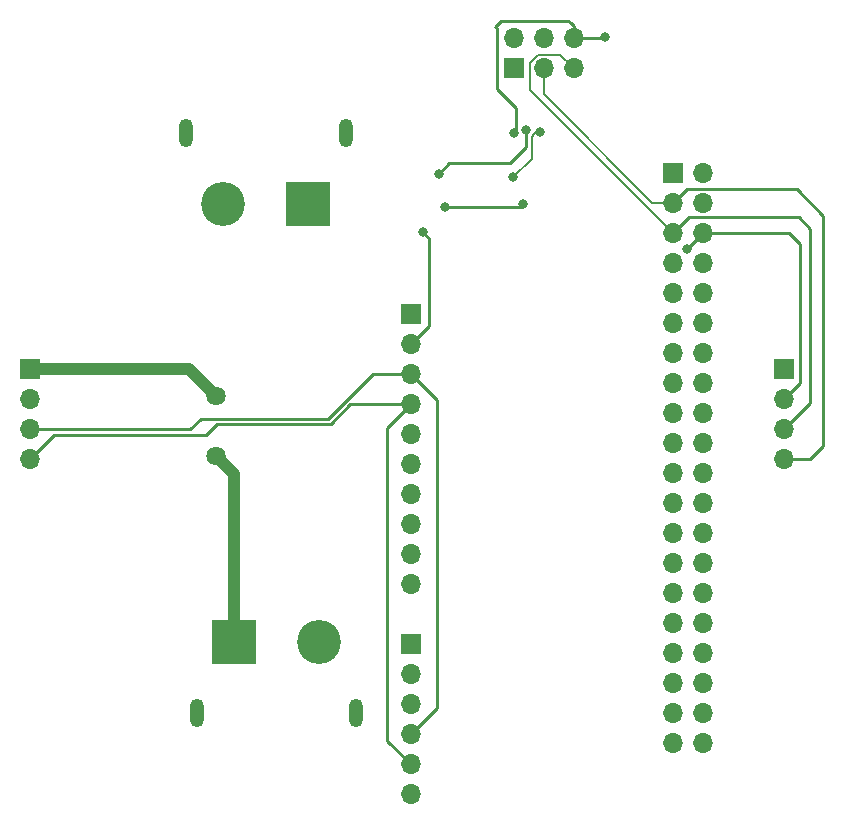
<source format=gbr>
%TF.GenerationSoftware,KiCad,Pcbnew,7.0.2-0*%
%TF.CreationDate,2024-02-05T19:35:51-05:00*%
%TF.ProjectId,Pi_HAT_V4,50695f48-4154-45f5-9634-2e6b69636164,rev?*%
%TF.SameCoordinates,Original*%
%TF.FileFunction,Copper,L1,Top*%
%TF.FilePolarity,Positive*%
%FSLAX46Y46*%
G04 Gerber Fmt 4.6, Leading zero omitted, Abs format (unit mm)*
G04 Created by KiCad (PCBNEW 7.0.2-0) date 2024-02-05 19:35:51*
%MOMM*%
%LPD*%
G01*
G04 APERTURE LIST*
%TA.AperFunction,ComponentPad*%
%ADD10R,1.700000X1.700000*%
%TD*%
%TA.AperFunction,ComponentPad*%
%ADD11O,1.700000X1.700000*%
%TD*%
%TA.AperFunction,ComponentPad*%
%ADD12R,3.716000X3.716000*%
%TD*%
%TA.AperFunction,ComponentPad*%
%ADD13C,3.716000*%
%TD*%
%TA.AperFunction,ComponentPad*%
%ADD14O,1.200000X2.400000*%
%TD*%
%TA.AperFunction,ComponentPad*%
%ADD15C,1.635000*%
%TD*%
%TA.AperFunction,ViaPad*%
%ADD16C,0.800000*%
%TD*%
%TA.AperFunction,Conductor*%
%ADD17C,0.250000*%
%TD*%
%TA.AperFunction,Conductor*%
%ADD18C,1.000000*%
%TD*%
%TA.AperFunction,Conductor*%
%ADD19C,0.200000*%
%TD*%
G04 APERTURE END LIST*
D10*
%TO.P,J7,1,Pin_1*%
%TO.N,/3.3V*%
X128800000Y-119300000D03*
D11*
%TO.P,J7,2,Pin_2*%
%TO.N,unconnected-(J7-Pin_2-Pad2)*%
X128800000Y-121840000D03*
%TO.P,J7,3,Pin_3*%
%TO.N,GND*%
X128800000Y-124380000D03*
%TO.P,J7,4,Pin_4*%
%TO.N,/SCL*%
X128800000Y-126920000D03*
%TO.P,J7,5,Pin_5*%
%TO.N,/SDA*%
X128800000Y-129460000D03*
%TO.P,J7,6,Pin_6*%
%TO.N,unconnected-(J7-Pin_6-Pad6)*%
X128800000Y-132000000D03*
%TD*%
D10*
%TO.P,J3,1,Pin_1*%
%TO.N,/3.3V*%
X137475000Y-70525000D03*
D11*
%TO.P,J3,2,Pin_2*%
%TO.N,/5V*%
X137475000Y-67985000D03*
%TO.P,J3,3,Pin_3*%
%TO.N,/SDA*%
X140015000Y-70525000D03*
%TO.P,J3,4,Pin_4*%
%TO.N,/5V*%
X140015000Y-67985000D03*
%TO.P,J3,5,Pin_5*%
%TO.N,/SCL*%
X142555000Y-70525000D03*
%TO.P,J3,6,Pin_6*%
%TO.N,GND*%
X142555000Y-67985000D03*
%TD*%
D10*
%TO.P,J1,1,Pin_1*%
%TO.N,/3.3V*%
X128815000Y-91354200D03*
D11*
%TO.P,J1,2,Pin_2*%
%TO.N,GND*%
X128815000Y-93894200D03*
%TO.P,J1,3,Pin_3*%
%TO.N,/SCL*%
X128815000Y-96434200D03*
%TO.P,J1,4,Pin_4*%
%TO.N,/SDA*%
X128815000Y-98974200D03*
%TO.P,J1,5,Pin_5*%
%TO.N,unconnected-(J1-Pin_5-Pad5)*%
X128815000Y-101514200D03*
%TO.P,J1,6,Pin_6*%
%TO.N,unconnected-(J1-Pin_6-Pad6)*%
X128815000Y-104054200D03*
%TO.P,J1,7,Pin_7*%
%TO.N,unconnected-(J1-Pin_7-Pad7)*%
X128815000Y-106594200D03*
%TO.P,J1,8,Pin_8*%
%TO.N,unconnected-(J1-Pin_8-Pad8)*%
X128815000Y-109134200D03*
%TO.P,J1,9,Pin_9*%
%TO.N,unconnected-(J1-Pin_9-Pad9)*%
X128815000Y-111674200D03*
%TO.P,J1,10,Pin_10*%
%TO.N,unconnected-(J1-Pin_10-Pad10)*%
X128815000Y-114214200D03*
%TD*%
D10*
%TO.P,J2,1,Pin_1*%
%TO.N,/3.3V*%
X151000000Y-79400000D03*
D11*
%TO.P,J2,2,Pin_2*%
%TO.N,/5V*%
X153540000Y-79400000D03*
%TO.P,J2,3,Pin_3*%
%TO.N,/SDA*%
X151000000Y-81940000D03*
%TO.P,J2,4,Pin_4*%
%TO.N,/5V*%
X153540000Y-81940000D03*
%TO.P,J2,5,Pin_5*%
%TO.N,/SCL*%
X151000000Y-84480000D03*
%TO.P,J2,6,Pin_6*%
%TO.N,GND*%
X153540000Y-84480000D03*
%TO.P,J2,7,Pin_7*%
%TO.N,unconnected-(J2-Pin_7-Pad7)*%
X151000000Y-87020000D03*
%TO.P,J2,8,Pin_8*%
%TO.N,unconnected-(J2-Pin_8-Pad8)*%
X153540000Y-87020000D03*
%TO.P,J2,9,Pin_9*%
%TO.N,unconnected-(J2-Pin_9-Pad9)*%
X151000000Y-89560000D03*
%TO.P,J2,10,Pin_10*%
%TO.N,unconnected-(J2-Pin_10-Pad10)*%
X153540000Y-89560000D03*
%TO.P,J2,11,Pin_11*%
%TO.N,unconnected-(J2-Pin_11-Pad11)*%
X151000000Y-92100000D03*
%TO.P,J2,12,Pin_12*%
%TO.N,unconnected-(J2-Pin_12-Pad12)*%
X153540000Y-92100000D03*
%TO.P,J2,13,Pin_13*%
%TO.N,unconnected-(J2-Pin_13-Pad13)*%
X151000000Y-94640000D03*
%TO.P,J2,14,Pin_14*%
%TO.N,unconnected-(J2-Pin_14-Pad14)*%
X153540000Y-94640000D03*
%TO.P,J2,15,Pin_15*%
%TO.N,unconnected-(J2-Pin_15-Pad15)*%
X151000000Y-97180000D03*
%TO.P,J2,16,Pin_16*%
%TO.N,unconnected-(J2-Pin_16-Pad16)*%
X153540000Y-97180000D03*
%TO.P,J2,17,Pin_17*%
%TO.N,unconnected-(J2-Pin_17-Pad17)*%
X151000000Y-99720000D03*
%TO.P,J2,18,Pin_18*%
%TO.N,unconnected-(J2-Pin_18-Pad18)*%
X153540000Y-99720000D03*
%TO.P,J2,19,Pin_19*%
%TO.N,/MOSI*%
X151000000Y-102260000D03*
%TO.P,J2,20,Pin_20*%
%TO.N,unconnected-(J2-Pin_20-Pad20)*%
X153540000Y-102260000D03*
%TO.P,J2,21,Pin_21*%
%TO.N,/MISO*%
X151000000Y-104800000D03*
%TO.P,J2,22,Pin_22*%
%TO.N,unconnected-(J2-Pin_22-Pad22)*%
X153540000Y-104800000D03*
%TO.P,J2,23,Pin_23*%
%TO.N,/SCLK*%
X151000000Y-107340000D03*
%TO.P,J2,24,Pin_24*%
%TO.N,/CS*%
X153540000Y-107340000D03*
%TO.P,J2,25,Pin_25*%
%TO.N,unconnected-(J2-Pin_25-Pad25)*%
X151000000Y-109880000D03*
%TO.P,J2,26,Pin_26*%
%TO.N,unconnected-(J2-Pin_26-Pad26)*%
X153540000Y-109880000D03*
%TO.P,J2,27,Pin_27*%
%TO.N,unconnected-(J2-Pin_27-Pad27)*%
X151000000Y-112420000D03*
%TO.P,J2,28,Pin_28*%
%TO.N,unconnected-(J2-Pin_28-Pad28)*%
X153540000Y-112420000D03*
%TO.P,J2,29,Pin_29*%
%TO.N,unconnected-(J2-Pin_29-Pad29)*%
X151000000Y-114960000D03*
%TO.P,J2,30,Pin_30*%
%TO.N,unconnected-(J2-Pin_30-Pad30)*%
X153540000Y-114960000D03*
%TO.P,J2,31,Pin_31*%
%TO.N,unconnected-(J2-Pin_31-Pad31)*%
X151000000Y-117500000D03*
%TO.P,J2,32,Pin_32*%
%TO.N,unconnected-(J2-Pin_32-Pad32)*%
X153540000Y-117500000D03*
%TO.P,J2,33,Pin_33*%
%TO.N,unconnected-(J2-Pin_33-Pad33)*%
X151000000Y-120040000D03*
%TO.P,J2,34,Pin_34*%
%TO.N,unconnected-(J2-Pin_34-Pad34)*%
X153540000Y-120040000D03*
%TO.P,J2,35,Pin_35*%
%TO.N,unconnected-(J2-Pin_35-Pad35)*%
X151000000Y-122580000D03*
%TO.P,J2,36,Pin_36*%
%TO.N,unconnected-(J2-Pin_36-Pad36)*%
X153540000Y-122580000D03*
%TO.P,J2,37,Pin_37*%
%TO.N,unconnected-(J2-Pin_37-Pad37)*%
X151000000Y-125120000D03*
%TO.P,J2,38,Pin_38*%
%TO.N,unconnected-(J2-Pin_38-Pad38)*%
X153540000Y-125120000D03*
%TO.P,J2,39,Pin_39*%
%TO.N,unconnected-(J2-Pin_39-Pad39)*%
X151000000Y-127660000D03*
%TO.P,J2,40,Pin_40*%
%TO.N,unconnected-(J2-Pin_40-Pad40)*%
X153540000Y-127660000D03*
%TD*%
D10*
%TO.P,J4,1,Pin_1*%
%TO.N,/12V*%
X96550000Y-96000000D03*
D11*
%TO.P,J4,2,Pin_2*%
%TO.N,GND*%
X96550000Y-98540000D03*
%TO.P,J4,3,Pin_3*%
%TO.N,/SCL*%
X96550000Y-101080000D03*
%TO.P,J4,4,Pin_4*%
%TO.N,/SDA*%
X96550000Y-103620000D03*
%TD*%
D12*
%TO.P,J5,1,+*%
%TO.N,/Buck Converter/12Vin*%
X120100000Y-82000000D03*
D13*
%TO.P,J5,2,-*%
%TO.N,GND*%
X112900000Y-82000000D03*
D14*
%TO.P,J5,S1*%
%TO.N,N/C*%
X123250000Y-76000000D03*
%TO.P,J5,S2*%
X109750000Y-76000000D03*
%TD*%
D12*
%TO.P,J8,1,+*%
%TO.N,/Buck Converter/12Vin*%
X113800000Y-119100000D03*
D13*
%TO.P,J8,2,-*%
%TO.N,GND*%
X121000000Y-119100000D03*
D14*
%TO.P,J8,S1*%
%TO.N,N/C*%
X110650000Y-125100000D03*
%TO.P,J8,S2*%
X124150000Y-125100000D03*
%TD*%
D10*
%TO.P,J6,1,Pin_1*%
%TO.N,/12V*%
X160350000Y-96000000D03*
D11*
%TO.P,J6,2,Pin_2*%
%TO.N,GND*%
X160350000Y-98540000D03*
%TO.P,J6,3,Pin_3*%
%TO.N,/SCL*%
X160350000Y-101080000D03*
%TO.P,J6,4,Pin_4*%
%TO.N,/SDA*%
X160350000Y-103620000D03*
%TD*%
D15*
%TO.P,S1,1,1*%
%TO.N,/Buck Converter/12Vin*%
X112318800Y-103378000D03*
%TO.P,S1,3,3*%
%TO.N,/12V*%
X112318800Y-98298000D03*
%TD*%
D16*
%TO.N,GND*%
X129800000Y-84400000D03*
X137545995Y-76048127D03*
%TO.N,Net-(U1-SW)*%
X139700000Y-75900000D03*
X137450000Y-79750000D03*
%TO.N,GND*%
X138300000Y-82000000D03*
X131700000Y-82300000D03*
X152196800Y-85801200D03*
X145186400Y-67868800D03*
%TO.N,Net-(U1-FB)*%
X131150000Y-79450000D03*
X138500000Y-75750000D03*
%TD*%
D17*
%TO.N,GND*%
X130350000Y-84950000D02*
X129800000Y-84400000D01*
X128815000Y-93894200D02*
X130350000Y-92359200D01*
X130350000Y-91000000D02*
X130350000Y-84950000D01*
X130350000Y-92359200D02*
X130350000Y-91000000D01*
X137700000Y-75894122D02*
X137545995Y-76048127D01*
X136050000Y-67150000D02*
X136050000Y-71800000D01*
X137700000Y-73900000D02*
X137700000Y-75894122D01*
X135900000Y-67000000D02*
X136050000Y-67150000D01*
X142100000Y-66500000D02*
X136800000Y-66500000D01*
X142300000Y-66700000D02*
X142100000Y-66500000D01*
X142555000Y-67985000D02*
X142555000Y-66955000D01*
X142555000Y-66955000D02*
X142300000Y-66700000D01*
X136400000Y-66500000D02*
X135900000Y-67000000D01*
X136800000Y-66500000D02*
X136400000Y-66500000D01*
X136050000Y-71800000D02*
X136050000Y-72250000D01*
X136050000Y-72250000D02*
X137700000Y-73900000D01*
%TO.N,/SDA*%
X128800000Y-129460000D02*
X126800000Y-127460000D01*
X126800000Y-127460000D02*
X126800000Y-100989200D01*
X126800000Y-100989200D02*
X128815000Y-98974200D01*
%TO.N,/SCL*%
X128800000Y-126920000D02*
X131000000Y-124720000D01*
X131000000Y-124720000D02*
X131000000Y-98619200D01*
X131000000Y-98619200D02*
X128815000Y-96434200D01*
%TO.N,/SDA*%
X128815000Y-98974200D02*
X123662196Y-98974200D01*
X123662196Y-98974200D02*
X121986396Y-100650000D01*
X121986396Y-100650000D02*
X112400000Y-100650000D01*
X112400000Y-100650000D02*
X111450000Y-101600000D01*
X111450000Y-101600000D02*
X98570000Y-101600000D01*
X98570000Y-101600000D02*
X96550000Y-103620000D01*
%TO.N,/SCL*%
X96550000Y-101080000D02*
X110120000Y-101080000D01*
X110120000Y-101080000D02*
X111000000Y-100200000D01*
X125565800Y-96434200D02*
X128815000Y-96434200D01*
X111000000Y-100200000D02*
X121800000Y-100200000D01*
X121800000Y-100200000D02*
X125565800Y-96434200D01*
D18*
%TO.N,/12V*%
X110020800Y-96000000D02*
X112318800Y-98298000D01*
X96550000Y-96000000D02*
X110020800Y-96000000D01*
D19*
%TO.N,Net-(U1-SW)*%
X139250000Y-76100000D02*
X139450000Y-75900000D01*
X137450000Y-79750000D02*
X139000000Y-78200000D01*
X139000000Y-78200000D02*
X139000000Y-76350000D01*
X139450000Y-75900000D02*
X139700000Y-75900000D01*
X139000000Y-76350000D02*
X139250000Y-76100000D01*
D17*
%TO.N,GND*%
X138000000Y-82300000D02*
X138300000Y-82000000D01*
X142555000Y-67985000D02*
X145070200Y-67985000D01*
X145070200Y-67985000D02*
X145186400Y-67868800D01*
X160350000Y-98540000D02*
X161700000Y-97190000D01*
X161700000Y-85400000D02*
X160780000Y-84480000D01*
X160780000Y-84480000D02*
X153540000Y-84480000D01*
X153518000Y-84480000D02*
X152196800Y-85801200D01*
X131700000Y-82300000D02*
X138000000Y-82300000D01*
X153540000Y-84480000D02*
X153518000Y-84480000D01*
X161700000Y-97190000D02*
X161700000Y-85400000D01*
%TO.N,/SCL*%
X162600000Y-84100000D02*
X161614511Y-83114511D01*
X160350000Y-101080000D02*
X162600000Y-98830000D01*
D19*
X139538856Y-69375489D02*
X138865489Y-70048856D01*
X142555000Y-70525000D02*
X141405489Y-69375489D01*
D17*
X161614511Y-83114511D02*
X152365489Y-83114511D01*
X152365489Y-83114511D02*
X151000000Y-84480000D01*
D19*
X141405489Y-69375489D02*
X139538856Y-69375489D01*
D17*
X162600000Y-98830000D02*
X162600000Y-84100000D01*
D19*
X138865489Y-70048856D02*
X138865489Y-72345489D01*
X138865489Y-72345489D02*
X151000000Y-84480000D01*
%TO.N,/SDA*%
X140015000Y-70525000D02*
X140015000Y-72715000D01*
D17*
X152174511Y-80765489D02*
X151000000Y-81940000D01*
X163700000Y-83000000D02*
X161465489Y-80765489D01*
X161465489Y-80765489D02*
X152174511Y-80765489D01*
X160350000Y-103620000D02*
X162580000Y-103620000D01*
X163700000Y-102500000D02*
X163700000Y-83000000D01*
D19*
X140015000Y-72715000D02*
X149240000Y-81940000D01*
D17*
X162580000Y-103620000D02*
X163700000Y-102500000D01*
D19*
X149240000Y-81940000D02*
X151000000Y-81940000D01*
D17*
%TO.N,Net-(U1-FB)*%
X137150000Y-78550000D02*
X132050000Y-78550000D01*
X137150000Y-78550000D02*
X138500000Y-77200000D01*
X138500000Y-77200000D02*
X138500000Y-75750000D01*
X132050000Y-78550000D02*
X131150000Y-79450000D01*
D18*
%TO.N,/Buck Converter/12Vin*%
X113800000Y-119100000D02*
X113800000Y-104859200D01*
X113800000Y-104859200D02*
X112318800Y-103378000D01*
%TD*%
M02*

</source>
